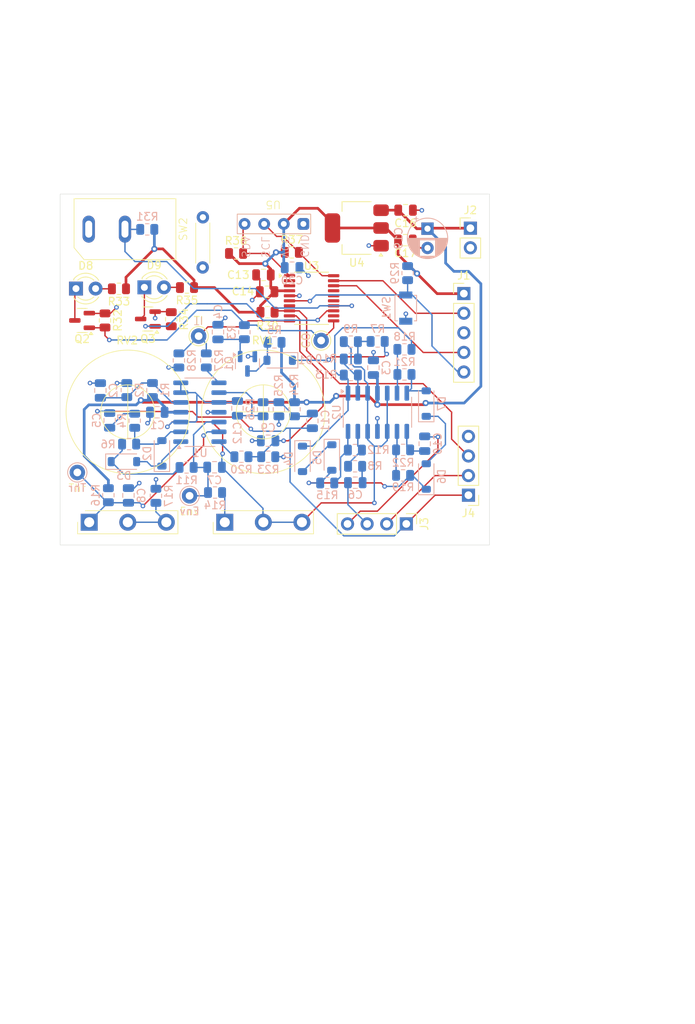
<source format=kicad_pcb>
(kicad_pcb (version 20240108) (generator "pcbnew") (generator_version "8.0")
  (layers (0 "F.Cu" signal) (1 "In1.Cu" signal) (2 "In2.Cu" signal) (31 "B.Cu" signal) (34 "B.Paste" user) (35 "F.Paste" user) (36 "B.SilkS" user "B.Silkscreen") (37 "F.SilkS" user "F.Silkscreen") (38 "B.Mask" user) (39 "F.Mask" user) (44 "Edge.Cuts" user))
  (net 0 "")
  (net 1 "FX_IN")
  (net 2 "GND")
  (net 3 "Net-(Q1-B)")
  (net 4 "+9V")
  (net 5 "Net-(U1B-+)")
  (net 6 "/Analog/VG")
  (net 7 "LOOP_IN")
  (net 8 "/Analog/Env")
  (net 9 "/Analog/Thresh")
  (net 10 "LOOP_OUT")
  (net 11 "OPEN_IN")
  (net 12 "Net-(R17-Pad1)")
  (net 13 "NRST")
  (net 14 "+3.3V")
  (net 15 "Net-(D1-A)")
  (net 16 "Net-(D1-K)")
  (net 17 "/Analog/HalfRect")
  (net 18 "/Analog/AmpCathode")
  (net 19 "Net-(D4-A)")
  (net 20 "/Analog/SumPt")
  (net 21 "Net-(D6-A)")
  (net 22 "/Analog/AmpAnode")
  (net 23 "SWCLK")
  (net 24 "SWDIO")
  (net 25 "FX_OUT")
  (net 26 "/Digital/TunerModeIn")
  (net 27 "CLOSED_OUT")
  (net 28 "/Digital/GateLED")
  (net 29 "Net-(U2C--)")
  (net 30 "Net-(U2A--)")
  (net 31 "Net-(U2B--)")
  (net 32 "Net-(U2D--)")
  (net 33 "TUNE_IN")
  (net 34 "Net-(R27-Pad1)")
  (net 35 "/Digital/GateByp")
  (net 36 "/Digital/SDA")
  (net 37 "/Digital/SCL")
  (net 38 "Net-(R10-Pad1)")
  (net 39 "Net-(C5-Pad2)")
  (net 40 "Net-(C6-Pad2)")
  (net 41 "Net-(C10-Pad1)")
  (net 42 "Net-(C11-Pad2)")
  (net 43 "Net-(D2-K)")
  (net 44 "Net-(D2-A)")
  (net 45 "Net-(D8-K)")
  (net 46 "Net-(D8-A)")
  (net 47 "Net-(D9-K)")
  (net 48 "Net-(D9-A)")
  (net 49 "Net-(R12-Pad2)")
  (net 50 "Net-(R14-Pad2)")
  (net 51 "Net-(R20-Pad1)")
  (net 59 "Net-(U1C--)")
  (footprint "Connector_PinHeader_2.54mm:PinHeader_1x05_P2.54mm_Vertical" (layer "F.Cu") (at 52.33 12.9)
    (property "Reference" "J1")
    (property "Value" "SWD Header")
  )
  (footprint "LED_THT:LED_D3.0mm" (layer "F.Cu") (at 2.05 12.25)
    (property "Reference" "D8")
    (property "Value" "Orange")
  )
  (footprint "Package_TO_SOT_SMD:SOT-23" (layer "F.Cu") (at 11.37 16.19 180)
    (property "Reference" "Q3")
    (property "Value" "2N7002")
  )
  (footprint "Resistor_SMD:R_0805_2012Metric" (layer "F.Cu") (at 22.8 7.7)
    (property "Reference" "R36")
    (property "Value" "2k2")
  )
  (footprint "Resistor_SMD:R_0805_2012Metric" (layer "F.Cu") (at 5.81 16.38 -90)
    (property "Reference" "R32")
    (property "Value" "47k")
  )
  (footprint "Capacitor_SMD:C_0805_2012Metric" (layer "F.Cu") (at 44.75 5.975 180)
    (property "Reference" "C17")
    (property "Value" "100n")
  )
  (footprint "Capacitor_SMD:C_0805_2012Metric" (layer "F.Cu") (at 26.83 12.66)
    (property "Reference" "C14")
    (property "Value" "100n")
  )
  (footprint "Connector_PinHeader_2.54mm:PinHeader_1x04_P2.54mm_Vertical" (layer "F.Cu") (at 44.87 42.74 -90)
    (property "Reference" "J3")
    (property "Value" "JACKS")
  )
  (footprint "Potentiometer_THT:Potentiometer_Alpha_RV16AF_42_Single_Long" (layer "F.Cu") (at 3.7625 42.525)
    (property "Reference" "RV2")
    (property "Value" "10kB")
  )
  (footprint "Connector_PinHeader_2.54mm:PinHeader_1x04_P2.54mm_Vertical" (layer "F.Cu") (at 52.925 39.02 180)
    (property "Reference" "J4")
    (property "Value" "FOOTSWITCH")
  )
  (footprint "Display:SSD1306_OLED_128x64_OffBoard" (layer "F.Cu") (at 27.6775 2.58 180)
    (property "Reference" "U5")
    (property "Value" "SSD1306")
  )
  (footprint "LED_THT:LED_D3.0mm" (layer "F.Cu") (at 10.915 12.09)
    (property "Reference" "D9")
    (property "Value" "Green")
  )
  (footprint "Connector:THT_GND_WIRE" (layer "F.Cu") (at 18.5 6.44 -90)
    (property "Reference" "J5" (hide yes))
    (property "Value" "ScopeGroundLoop")
  )
  (footprint "Package_TO_SOT_SMD:SOT-223-3_TabPin2" (layer "F.Cu") (at 38.45 4.4 180)
    (property "Reference" "U4")
    (property "Value" "AMS1117")
  )
  (footprint "Package_SO:TSSOP-20_4.4x6.5mm_P0.65mm" (layer "F.Cu") (at 32.59 13.51)
    (property "Reference" "U3")
    (property "Value" "STM32G030F6P6")
  )
  (footprint "Resistor_SMD:R_0805_2012Metric" (layer "F.Cu") (at 26.88 15.31)
    (property "Reference" "R30")
    (property "Value" "47k")
  )
  (footprint "Button_Switch_THT:MiniToggle_SPST" (layer "F.Cu") (at 8.4 4.55 90)
    (property "Reference" "SW2")
    (property "Value" "BYP")
  )
  (footprint "Package_TO_SOT_SMD:SOT-23" (layer "F.Cu") (at 2.84 16.38 180)
    (property "Reference" "Q2")
    (property "Value" "2N7002")
  )
  (footprint "Potentiometer_THT:Potentiometer_Alpha_RV16AF_42_Single_Long" (layer "F.Cu") (at 21.3375 42.525)
    (property "Reference" "RV1")
    (property "Value" "10kB")
  )
  (footprint "Resistor_SMD:R_0805_2012Metric" (layer "F.Cu") (at 30.03 7.56)
    (property "Reference" "R37")
    (property "Value" "2k2")
  )
  (footprint "Resistor_SMD:R_0805_2012Metric" (layer "F.Cu") (at 14.4 16.22 -90)
    (property "Reference" "R34")
    (property "Value" "47k")
  )
  (footprint "Connector_PinHeader_2.54mm:PinHeader_1x02_P2.54mm_Vertical" (layer "F.Cu") (at 53.175 4.425)
    (property "Reference" "J2")
    (property "Value" "PWR")
  )
  (footprint "Resistor_SMD:R_0805_2012Metric" (layer "F.Cu") (at 16.44 12.12 180)
    (property "Reference" "R35")
    (property "Value" "470")
  )
  (footprint "TestPoint:TestPoint_THTPad_D2.0mm_Drill1.0mm_VAL" (layer "F.Cu") (at 33.83 18.98 -90)
    (property "Reference" "TP8" (hide yes))
    (property "Value" "CO")
  )
  (footprint "Capacitor_SMD:C_0805_2012Metric" (layer "F.Cu") (at 26.35 10.48)
    (property "Reference" "C13")
    (property "Value" "10u")
  )
  (footprint "Resistor_SMD:R_0805_2012Metric" (layer "F.Cu") (at 7.62 12.28 180)
    (property "Reference" "R33")
    (property "Value" "470")
  )
  (footprint "Capacitor_SMD:C_0805_2012Metric" (layer "F.Cu") (at 44.7725 2.09 180)
    (property "Reference" "C16")
    (property "Value" "100n")
  )
  (footprint "TestPoint:TestPoint_THTPad_D2.0mm_Drill1.0mm_VAL" (layer "F.Cu") (at 17.95 18.41 180)
    (property "Reference" "TP7" (hide yes))
    (property "Value" "TI")
  )
  (footprint "Diode_SMD:D_SOD-123" (layer "B.Cu") (at 35.215 34.14 -90)
    (property "Reference" "D5")
    (property "Value" "1N4148W")
  )
  (footprint "Diode_SMD:D_SOD-123" (layer "B.Cu") (at 31.415 34.315 -90)
    (property "Reference" "D4")
    (property "Value" "1N4148W")
  )
  (footprint "Resistor_SMD:R_0805_2012Metric" (layer "B.Cu") (at 9.6625 29.375 -90)
    (property "Reference" "R4")
    (property "Value" "100k")
  )
  (footprint "Resistor_SMD:R_0805_2012Metric" (layer "B.Cu") (at 23.88 17.9 -90)
    (property "Reference" "R3")
    (property "Value" "10k")
  )
  (footprint "Resistor_SMD:R_0805_2012Metric" (layer "B.Cu") (at 37.68 23.45 180)
    (property "Reference" "R13")
    (property "Value" "470k")
  )
  (footprint "Package_TO_SOT_SMD:SOT-23" (layer "B.Cu") (at 24.28 21.9925 -90)
    (property "Reference" "Q1")
    (property "Value" "BC847")
  )
  (footprint "Resistor_SMD:R_0805_2012Metric" (layer "B.Cu") (at 23.4975 34.04)
    (property "Reference" "R20")
    (property "Value" "180k")
  )
  (footprint "Resistor_SMD:R_0805_2012Metric" (layer "B.Cu") (at 44.63 20.125 180)
    (property "Reference" "R18")
    (property "Value" "470k")
  )
  (footprint "Resistor_SMD:R_0805_2012Metric" (layer "B.Cu") (at 8.6375 25.4 90)
    (property "Reference" "R2")
    (property "Value" "470k")
  )
  (footprint "Capacitor_SMD:C_0805_2012Metric" (layer "B.Cu") (at 20.0125 35.4)
    (property "Reference" "C7")
    (property "Value" "1u")
  )
  (footprint "Capacitor_SMD:C_0805_2012Metric" (layer "B.Cu") (at 26.96 31.965 180)
    (property "Reference" "C9")
    (property "Value" "22n")
  )
  (footprint "Capacitor_SMD:C_0805_2012Metric" (layer "B.Cu") (at 38.255 37.4)
    (property "Reference" "C6")
    (property "Value" "1u")
  )
  (footprint "Package_SO:SOIC-14_3.9x8.7mm_P1.27mm" (layer "B.Cu") (at 41.125 28.275 -90)
    (property "Reference" "U2")
    (property "Value" "TL074")
  )
  (footprint "Button_Switch_SMD:SW_SPST_B3U-1000P" (layer "B.Cu") (at 44.8 14.78 -90)
    (property "Reference" "SW1")
    (property "Value" "RST")
  )
  (footprint "Resistor_SMD:R_0805_2012Metric" (layer "B.Cu") (at 11.9625 25.4 90)
    (property "Reference" "R1")
    (property "Value" "470k")
  )
  (footprint "Diode_SMD:D_SOD-123" (layer "B.Cu") (at 8.2625 34.675)
    (property "Reference" "D3")
    (property "Value" "1N4148W")
  )
  (footprint "Resistor_SMD:R_0805_2012Metric" (layer "B.Cu") (at 26.9725 34.04)
    (property "Reference" "R23")
    (property "Value" "100k")
  )
  (footprint "Resistor_SMD:R_0805_2012Metric" (layer "B.Cu") (at 34.62 37.44 180)
    (property "Reference" "R15")
    (property "Value" "51k")
  )
  (footprint "Capacitor_SMD:C_0805_2012Metric" (layer "B.Cu") (at 32.69 29.39 90)
    (property "Reference" "C11")
    (property "Value" "1u")
  )
  (footprint "Resistor_SMD:R_0805_2012Metric" (layer "B.Cu") (at 44.63 23.375)
    (property "Reference" "R21")
    (property "Value" "470k")
  )
  (footprint "Diode_SMD:D_SOD-123" (layer "B.Cu") (at 13.1875 33.6 90)
    (property "Reference" "D2")
    (property "Value" "1N4148W")
  )
  (footprint "Capacitor_SMD:C_0805_2012Metric" (layer "B.Cu") (at 6.4125 29.325 -90)
    (property "Reference" "C5")
    (property "Value" "100n")
  )
  (footprint "Diode_SMD:D_SOD-123" (layer "B.Cu") (at 47.455 36.6 90)
    (property "Reference" "D6")
    (property "Value" "1N4148W")
  )
  (footprint "Package_SO:SOIC-14_3.9x8.7mm_P1.27mm" (layer "B.Cu") (at 18.1125 28.2725)
    (property "Reference" "U1")
    (property "Value" "TL074")
  )
  (footprint "Diode_SMD:D_SOD-123" (layer "B.Cu") (at 47.455 27.15 90)
    (property "Reference" "D7")
    (property "Value" "1N4148W")
  )
  (footprint "Resistor_SMD:R_0805_2012Metric" (layer "B.Cu") (at 38.23 35.275 180)
    (property "Reference" "R8")
    (property "Value" "470k")
  )
  (footprint "Resistor_SMD:R_0805_2012Metric" (layer "B.Cu") (at 28.3525 27.89 90)
    (property "Reference" "R25")
    (property "Value" "470k")
  )
  (footprint "Diode_SMD:D_SOD-123" (layer "B.Cu") (at 28.455 21.5425 180)
    (property "Reference" "D1")
    (property "Value" "1N4148W")
  )
  (footprint "Capacitor_SMD:C_0805_2012Metric" (layer "B.Cu") (at 40.605 22.5 90)
    (property "Reference" "C3")
    (property "Value" "100n")
  )
  (footprint "Capacitor_SMD:C_0805_2012Metric" (layer "B.Cu") (at 47.255 32.35 90)
    (property "Reference" "C10")
    (property "Value" "1u")
  )
  (footprint "Capacitor_THT:CP_Radial_D5.0mm_P2.50mm" (layer "B.Cu") (at 47.62 4.49 -90)
    (property "Reference" "C19")
    (property "Value" "220u")
  )
  (footprint "Capacitor_SMD:C_0805_2012Metric" (layer "B.Cu") (at 20.455 17.885 90)
    (property "Reference" "C4")
    (property "Value" "100n")
  )
  (footprint "Resistor_SMD:R_0805_2012Metric" (layer "B.Cu") (at 30.3775 27.89 90)
    (property "Reference" "R24")
    (property "Value" "470k")
  )
  (footprint "Capacitor_SMD:C_0805_2012Metric" (layer "B.Cu") (at 30.06 9.54 180)
    (property "Reference" "C20")
    (property "Value" "100n")
  )
  (footprint "Resistor_SMD:R_0805_2012Metric" (layer "B.Cu") (at 18.94 21.56 90)
    (property "Reference" "R27")
    (property "Value" "180k")
  )
  (footprint "Resistor_SMD:R_0805_2012Metric" (layer "B.Cu") (at 12.4125 39.1 90)
    (property "Reference" "R17")
    (property "Value" "56k")
  )
  (footprint "Resistor_SMD:R_0805_2012Metric" (layer "B.Cu") (at 41.155 19.1 180)
    (property "Reference" "R7")
    (property "Value" "47k")
  )
  (footprint "Resistor_SMD:R_0805_2012Metric" (layer "B.Cu") (at 26.3025 27.89 -90)
    (property "Reference" "R26")
    (property "Value" "47k")
  )
  (footprint "Resistor_SMD:R_0805_2012Metric" (layer "B.Cu") (at 44.455 33.15)
    (property "Reference" "R22")
    (property "Value" "100k")
  )
  (footprint "Capacitor_SMD:C_0805_2012Metric" (layer "B.Cu") (at 8.85 39.05 90)
    (property "Reference" "C8")
    (property "Value" "100n")
  )
  (footprint "Resistor_SMD:R_0805_2012Metric" (layer "B.Cu") (at 27.78 19.2175 180)
    (property "Reference" "R5")
    (property "Value" "47k")
  )
  (footprint "TestPoint:TestPoint_THTPad_D2.0mm_Drill1.0mm_VAL" (layer "B.Cu") (at 2.225 36.075 180)
    (property "Reference" "TP1" (hide yes))
    (property "Value" "Thr")
  )
  (footprint "Resistor_SMD:R_0805_2012Metric" (layer "B.Cu") (at 11.29 4.58 180)
    (property "Reference" "R31")
    (property "Value" "47k")
  )
  (footprint "Resistor_SMD:R_0805_2012Metric" (layer "B.Cu") (at 6.25 39.025 -90)
    (property "Reference" "R16")
    (property "Value" "56k")
  )
  (footprint "Resistor_SMD:R_0805_2012Metric" (layer "B.Cu") (at 20.075 38.675)
    (property "Reference" "R14")
    (property "Value" "5k6")
  )
  (footprint "Resistor_SMD:R_0805_2012Metric" (layer "B.Cu") (at 8.9375 32.4 180)
    (property "Reference" "R6")
    (property "Value" "100k")
  )
  (footprint "Resistor_SMD:R_0805_2012Metric" (layer "B.Cu") (at 16.3875 35.425)
    (property "Reference" "R11")
    (property "Value" "1k")
  )
  (footprint "Resistor_SMD:R_0805_2012Metric" (layer "B.Cu") (at 38.205 33.175 180)
    (property "Reference" "R12")
    (property "Value" "470k")
  )
  (footprint "Resistor_SMD:R_0805_2012Metric" (layer "B.Cu") (at 37.68 21.375 180)
    (property "Reference" "R10")
    (property "Value" "47k")
  )
  (footprint "Capacitor_SMD:C_0805_2012Metric" (layer "B.Cu") (at 5.2125 25.45 90)
    (property "Reference" "C2")
    (property "Value" "10n")
  )
  (footprint "TestPoint:TestPoint_THTPad_D2.0mm_Drill1.0mm_VAL" (layer "B.Cu") (at 16.775 39.1 180)
    (property "Reference" "TP3" (hide yes))
    (property "Value" "Env")
  )
  (footprint "Resistor_SMD:R_0805_2012Metric" (layer "B.Cu") (at 44.455 36.45 180)
    (property "Reference" "R19")
    (property "Value" "51k")
  )
  (footprint "Resistor_SMD:R_0805_2012Metric" (layer "B.Cu") (at 15.39 21.56 90)
    (property "Reference" "R28")
    (property "Value" "100k")
  )
  (footprint "Capacitor_SMD:C_0805_2012Metric" (layer "B.Cu") (at 22.9775 27.765 -90)
    (property "Reference" "C12")
    (property "Value" "10n")
  )
  (footprint "Capacitor_SMD:C_0805_2012Metric" (layer "B.Cu") (at 12.5875 28.275 180)
    (property "Reference" "C1")
    (property "Value" "100n")
  )
  (footprint "Resistor_SMD:R_0805_2012Metric" (layer "B.Cu") (at 45.04 10.2475 -90)
    (property "Reference" "R29")
    (property "Value" "47k")
  )
  (footprint "Resistor_SMD:R_0805_2012Metric" (layer "B.Cu") (at 37.68 19.125 180)
    (property "Reference" "R9")
    (property "Value" "100k")
  )
  (gr_rect (start 0 0) (end 55.65 45.475) (stroke (width 0.05)) (fill none) (layer "Edge.Cuts"))
  (segment (start 44.88 42.74) (end 48.6 39.02) (width 0.18) (layer "F.Cu") (net 1))
  (segment (start 17.15 28.18) (end 4.86 28.18) (width 0.18) (layer "F.Cu") (net 1))
  (segment (start 48.6 39.02) (end 52.925 39.02) (width 0.18) (layer "F.Cu") (net 1))
  (segment (start 4.86 28.18) (end 4.82 28.14) (width 0.18) (layer "F.Cu") (net 1))
  (segment (start 19.39 28.9) (end 17.87 28.9) (width 0.18) (layer "F.Cu") (net 1))
  (segment (start 24.72 30.44) (end 23.18 28.9) (width 0.18) (layer "F.Cu") (net 1))
  (segment (start 23.18 28.9) (end 19.39 28.9) (width 0.18) (layer "F.Cu") (net 1))
  (segment (start 17.87 28.9) (end 17.15 28.18) (width 0.18) (layer "F.Cu") (net 1))
  (segment (start 44.87 42.74) (end 44.88 42.74) (width 0.18) (layer "F.Cu") (net 1))
  (via (at 24.72 30.44) (size 0.6) (drill 0.3) (layers "F.Cu" "B.Cu") (net 1))
  (via (at 4.82 28.14) (size 0.6) (drill 0.3) (layers "F.Cu" "B.Cu") (net 1))
  (segment (start 36.77 44.29) (end 43.32 44.29) (width 0.18) (layer "B.Cu") (net 1))
  (segment (start 29.8 37.32) (end 29.8 30.34) (width 0.18) (layer "B.Cu") (net 1))
  (segment (start 43.32 44.29) (end 44.87 42.74) (width 0.18) (layer "B.Cu") (net 1))
  (segment (start 6.1775 28.14) (end 6.4125 28.375) (width 0.18) (layer "B.Cu") (net 1))
  (segment (start 4.82 28.14) (end 6.1775 28.14) (width 0.18) (layer "B.Cu") (net 1))
  (segment (start 29.8 37.32) (end 36.77 44.29) (width 0.18) (layer "B.Cu") (net 1))
  (segment (start 29.31 30.34) (end 29.8 30.34) (width 0.18) (layer "B.Cu") (net 1))
  (segment (start 32.69 30.34) (end 29.8 30.34) (width 0.18) (layer "B.Cu") (net 1))
  (segment (start 29.31 30.34) (end 28.92 30.73) (width 0.18) (layer "B.Cu") (net 1))
  (segment (start 25.01 30.73) (end 24.72 30.44) (width 0.18) (layer "B.Cu") (net 1))
  (segment (start 28.92 30.73) (end 25.01 30.73) (width 0.18) (layer "B.Cu") (net 1))
  (segment (start 29.7275 13.185) (end 31.005 13.185) (width 0.18) (layer "F.Cu") (net 2))
  (segment (start 12.3075 15.24) (end 12.3075 16.0775) (width 0.18) (layer "F.Cu") (net 2))
  (segment (start 12.3075 16.0775) (end 12.31 16.08) (width 0.18) (layer "F.Cu") (net 2))
  (segment (start 25.88 12.75) (end 24.89 13.74) (width 0.18) (layer "F.Cu") (net 2))
  (segment (start 5.81 15.4675) (end 3.815 15.4675) (width 0.18) (layer "F.Cu") (net 2))
  (segment (start 3.815 15.4675) (end 3.7775 15.43) (width 0.18) (layer "F.Cu") (net 2))
  (segment (start 12.3075 15.24) (end 14.3325 15.24) (width 0.18) (layer "F.Cu") (net 2))
  (segment (start 40.03 6.7) (end 40.01 6.68) (width 0.18) (layer "F.Cu") (net 2))
  (segment (start 14.3325 15.24) (end 14.4 15.3075) (width 0.18) (layer "F.Cu") (net 2))
  (segment (start 6.5125 15.4675) (end 7.3 14.68) (width 0.18) (layer "F.Cu") (net 2))
  (segment (start 45.7225 2.09) (end 46.86 2.09) (width 0.18) (layer "F.Cu") (net 2))
  (segment (start 25.88 12.66) (end 25.88 10.96) (width 0.18) (layer "F.Cu") (net 2))
  (segment (start 5.81 15.4675) (end 6.5125 15.4675) (width 0.18) (layer "F.Cu") (net 2))
  (segment (start 31.005 13.185) (end 31.01 13.18) (width 0.18) (layer "F.Cu") (net 2))
  (segment (start 46.715 6.99) (end 47.62 6.99) (width 0.18) (layer "F.Cu") (net 2))
  (segment (start 45.7 5.975) (end 46.715 6.99) (width 0.18) (layer "F.Cu") (net 2))
  (segment (start 25.88 10.96) (end 25.4 10.48) (width 0.18) (layer "F.Cu") (net 2))
  (segment (start 25.88 12.66) (end 25.88 12.75) (width 0.18) (layer "F.Cu") (net 2))
  (segment (start 41.6 6.7) (end 40.03 6.7) (width 0.18) (layer "F.Cu") (net 2))
  (segment (start 46.86 2.09) (end 46.88 2.11) (width 0.18) (layer "F.Cu") (net 2))
  (via (at 14.06 22.46) (size 0.6) (drill 0.3) (layers "F.Cu" "B.Cu") (net 2))
  (via (at 11.33 29.69) (size 0.6) (drill 0.3) (layers "F.Cu" "B.Cu") (net 2))
  (via (at 44.81 15.52) (size 0.6) (drill 0.3) (layers "F.Cu" "B.Cu") (net 2))
  (via (at 31.01 13.18) (size 0.6) (drill 0.3) (layers "F.Cu" "B.Cu") (net 2))
  (via (at 28.95 34.07) (size 0.6) (drill 0.3) (layers "F.Cu" "B.Cu") (net 2))
  (via (at 40.62 20.5) (size 0.6) (drill 0.3) (layers "F.Cu" "B.Cu") (net 2))
  (via (at 40.01 6.68) (size 0.6) (drill 0.3) (layers "F.Cu" "B.Cu") (net 2))
  (via (at 32.18 10.58) (size 0.6) (drill 0.3) (layers "F.Cu" "B.Cu") (net 2))
  (via (at 7.37 24.5) (size 0.6) (drill 0.3) (layers "F.Cu" "B.Cu") (net 2))
  (via (at 24.89 13.74) (size 0.6) (drill 0.3) (layers "F.Cu" "B.Cu") (net 2))
  (via (at 24.36 21.03) (size 0.6) (drill 0.3) (layers "F.Cu" "B.Cu") (net 2))
  (via (at 12.31 16.08) (size 0.6) (drill 0.3) (layers "F.Cu" "B.Cu") (net 2))
  (via (at 21.4 16.04) (size 0.6) (drill 0.3) (layers "F.Cu" "B.Cu") (net 2))
  (via (at 7.3 14.68) (size 0.6) (drill 0.3) (layers "F.Cu" "B.Cu") (net 2))
  (via (at 3.87 24.49) (size 0.6) (drill 0.3) (layers "F.Cu" "B.Cu") (net 2))
  (via (at 10.25 37.45) (size 0.6) (drill 0.3) (layers "F.Cu" "B.Cu") (net 2))
  (via (at 41.12 29.05) (size 0.6) (drill 0.3) (layers "F.Cu" "B.Cu") (net 2))
  (via (at 24.88 31.97) (size 0.6) (drill 0.3) (layers "F.Cu" "B.Cu") (net 2))
  (via (at 46.88 2.11) (size 0.6) (drill 0.3) (layers "F.Cu" "B.Cu") (net 2))
  (via (at 19.14 28.27) (size 0.6) (drill 0.3) (layers "F.Cu" "B.Cu") (net 2))
  (via (at 12.42 36.97) (size 0.6) (drill 0.3) (layers "F.Cu" "B.Cu") (net 2))
  (via (at 28.35 29.88) (size 0.6) (drill 0.3) (layers "F.Cu" "B.Cu") (net 2))
  (segment (start 20.505 16.935) (end 21.4 16.04) (width 0.18) (layer "B.Cu") (net 2))
  (segment (start 40.605 21.55) (end 40.605 20.515) (width 0.18) (layer "B.Cu") (net 2))
  (segment (start 8.6375 24.4875) (end 7.3825 24.4875) (width 0.18) (layer "B.Cu") (net 2))
  (segment (start 14.0725 22.4725) (end 14.06 22.46) (width 0.18) (layer "B.Cu") (net 2))
  (segment (start 31.01 9.54) (end 31.14 9.54) (width 0.18) (layer "B.Cu") (net 2))
  (segment (start 27.885 34.04) (end 28.92 34.04) (width 0.18) (layer "B.Cu") (net 2))
  (segment (start 12.4125 38.1875) (end 12.4125 36.9775) (width 0.18) (layer "B.Cu") (net 2))
  (segment (start 20.455 16.935) (end 20.505 16.935) (width 0.18) (layer "B.Cu") (net 2))
  (segment (start 9.6 38.1) (end 10.25 37.45) (width 0.18) (layer "B.Cu") (net 2))
  (segment (start 8.85 38.1) (end 9.6 38.1) (width 0.18) (layer "B.Cu") (net 2))
  (segment (start 7.3825 24.4875) (end 7.37 24.5) (width 0.18) (layer "B.Cu") (net 2))
  (segment (start 24.885 31.965) (end 24.88 31.97) (width 0.18) (layer "B.Cu") (net 2))
  (segment (start 5.2125 24.5) (end 3.88 24.5) (width 0.18) (layer "B.Cu") (net 2))
  (segment (start 11.6375 28.275) (end 11.6375 29.3825) (width 0.18) (layer "B.Cu") (net 2))
  (segment (start 28.3525 28.8025) (end 28.3525 29.8775) (width 0.18) (layer "B.Cu") (net 2))
  (segment (start 44.8 16.48) (end 44.8 15.53) (width 0.18) (layer "B.Cu") (net 2))
  (segment (start 19.1425 28.2725) (end 19.14 28.27) (width 0.18) (layer "B.Cu") (net 2))
  (segment (start 28.92 34.04) (end 28.95 34.07) (width 0.18) (layer "B.Cu") (net 2))
  (segment (start 12.4125 36.9775) (end 12.42 36.97) (width 0.18) (layer "B.Cu") (net 2))
  (segment (start 11.6375 29.3825) (end 11.33 29.69) (width 0.18) (layer "B.Cu") (net 2))
  (segment (start 15.39 22.4725) (end 14.0725 22.4725) (width 0.18) (layer "B.Cu") (net 2))
  (segment (start 41.125 30.75) (end 41.125 29.055) (width 0.18) (layer "B.Cu") (net 2))
  (segment (start 25.23 21.055) (end 24.385 21.055) (width 0.18) (layer "B.Cu") (net 2))
  (segment (start 28.3525 29.8775) (end 28.35 29.88) (width 0.18) (layer "B.Cu") (net 2))
  (segment (start 24.385 21.055) (end 24.36 21.03) (width 0.18) (layer "B.Cu") (net 2))
  (segment (start 44.8 15.53) (end 44.81 15.52) (width 0.18) (layer "B.Cu") (net 2))
  (segment (start 20.5875 28.2725) (end 19.1425 28.2725) (width 0.18) (layer "B.Cu") (net 2))
  (segment (start 3.88 24.5) (end 3.87 24.49) (width 0.18) (layer "B.Cu") (net 2))
  (segment (start 31.14 9.54) (end 32.18 10.58) (width 0.18) (layer "B.Cu") (net 2))
  (segment (start 40.605 20.515) (end 40.62 20.5) (width 0.18) (layer "B.Cu") (net 2))
  (segment (start 26.01 31.965) (end 24.885 31.965) (width 0.18) (layer "B.Cu") (net 2))
  (segment (start 41.125 29.055) (end 41.12 29.05) (width 0.18) (layer "B.Cu") (net 2))
  (segment (start 23.8575 18.835) (end 23.88 18.8125) (width 0.18) (layer "B.Cu") (net 3))
  (segment (start 23.33 19.3625) (end 23.88 18.8125) (width 0.18) (layer "B.Cu") (net 3))
  (segment (start 23.33 21.055) (end 23.33 19.3625) (width 0.18) (layer "B.Cu") (net 3))
  (segment (start 20.455 18.835) (end 23.8575 18.835) (width 0.18) (layer "B.Cu") (net 3))
  (segment (start 10.72 26.98) (end 10.46 26.72) (width 0.35) (layer "F.Cu") (net 4))
  (segment (start 46.2225 4.49) (end 43.8225 2.09) (width 0.35) (layer "F.Cu") (net 4))
  (segment (start 47.17 27.29) (end 47.38 27.08) (width 0.35) (layer "F.Cu") (net 4))
  (segment (start 40 26.17) (end 41.12 27.29) (width 0.35) (layer "F.Cu") (net 4))
  (segment (start 31.94 26.98) (end 10.72 26.98) (width 0.35) (layer "F.Cu") (net 4))
  (segment (start 41.12 27.29) (end 47.17 27.29) (width 0.35) (layer "F.Cu") (net 4))
  (segment (start 35.78 26.17) (end 40 26.17) (width 0.35) (layer "F.Cu") (net 4))
  (segment (start 53.175 4.425) (end 47.685 4.425) (width 0.35) (layer "F.Cu") (net 4))
  (segment (start 43.8225 2.09) (end 41.61 2.09) (width 0.35) (layer "F.Cu") (net 4))
  (segment (start 41.61 2.09) (end 41.6 2.1) (width 0.35) (layer "F.Cu") (net 4))
  (segment (start 47.62 4.49) (end 46.2225 4.49) (width 0.35) (layer "F.Cu") (net 4))
  (segment (start 47.685 4.425) (end 47.62 4.49) (width 0.35) (layer "F.Cu") (net 4))
  (via (at 41.12 27.29) (size 0.8) (drill 0.4) (layers "F.Cu" "B.Cu") (net 4))
  (via (at 35.78 26.17) (size 0.8) (drill 0.4) (layers "F.Cu" "B.Cu") (net 4))
  (via (at 10.46 26.72) (size 0.8) (drill 0.4) (layers "F.Cu" "B.Cu") (net 4))
  (via (at 47.38 27.08) (size 0.8) (drill 0.4) (layers "F.Cu" "B.Cu") (net 4))
  (via (at 31.94 26.98) (size 0.8) (drill 0.4) (layers "F.Cu" "B.Cu") (net 4))
  (segment (start 31.9375 26.9775) (end 31.94 26.98) (width 0.35) (layer "B.Cu") (net 4))
  (segment (start 13.5375 27.5675) (end 13.5375 28.275) (width 0.35) (layer "B.Cu") (net 4))
  (segment (start 3.71 27.32) (end 9.86 27.32) (width 0.35) (layer "B.Cu") (net 4))
  (segment (start 15.6375 28.2725) (end 13.54 28.2725) (width 0.35) (layer "B.Cu") (net 4))
  (segment (start 47.38 27.08) (end 52.37 27.08) (width 0.35) (layer "B.Cu") (net 4))
  (segment (start 9.86 27.32) (end 10.46 26.72) (width 0.35) (layer "B.Cu") (net 4))
  (segment (start 30.3775 26.9775) (end 31.9375 26.9775) (width 0.35) (layer "B.Cu") (net 4))
  (segment (start 41.12 25.805) (end 41.125 25.8) (width 0.35) (layer "B.Cu") (net 4))
  (segment (start 49.97 6.84) (end 47.62 4.49) (width 0.35) (layer "B.Cu") (net 4))
  (segment (start 31.94 26.98) (end 34.97 26.98) (width 0.35) (layer "B.Cu") (net 4))
  (segment (start 3.11 33.93) (end 3.11 27.92) (width 0.35) (layer "B.Cu") (net 4))
  (segment (start 6.25 37.07) (end 3.11 33.93) (width 0.35) (layer "B.Cu") (net 4))
  (segment (start 41.12 27.29) (end 41.12 25.805) (width 0.35) (layer "B.Cu") (net 4))
  (segment (start 52.37 27.08) (end 54.54 24.91) (width 0.35) (layer "B.Cu") (net 4))
  (segment (start 34.97 26.98) (end 35.78 26.17) (width 0.35) (layer "B.Cu") (net 4))
  (segment (start 13.54 28.2725) (end 13.5375 28.275) (width 0.35) (layer "B.Cu") (net 4))
  (segment (start 41.125 25.8) (end 41.125 23.97) (width 0.35) (layer "B.Cu") (net 4))
  (segment (start 3.11 27.92) (end 3.71 27.32) (width 0.35) (layer "B.Cu") (net 4))
  (segment (start 41.125 23.97) (end 40.605 23.45) (width 0.35) (layer "B.Cu") (net 4))
  (segment (start 11.9625 26.3125) (end 12.2825 26.3125) (width 0.35) (layer "B.Cu") (net 4))
  (segment (start 30.3775 24.8075) (end 28.6925 23.1225) (width 0.35) (layer "B.Cu") (net 4))
  (segment (start 11.555 26.72) (end 11.9625 26.3125) (width 0.35) (layer "B.Cu") (net 4))
  (segment (start 49.97 8.95) (end 49.97 6.84) (width 0.35) (layer "B.Cu") (net 4))
  (segment (start 12.2825 26.3125) (end 13.5375 27.5675) (width 0.35) (layer "B.Cu") (net 4))
  (segment (start 52.93 10.02) (end 51.04 10.02) (width 0.35) (layer "B.Cu") (net 4))
  (segment (start 28.6925 23.1225) (end 28.6925 19.2175) (width 0.35) (layer "B.Cu") (net 4))
  (segment (start 51.04 10.02) (end 49.97 8.95) (width 0.35) (layer "B.Cu") (net 4))
  (segment (start 54.54 24.91) (end 54.54 11.63) (width 0.35) (layer "B.Cu") (net 4))
  (segment (start 54.54 11.63) (end 52.93 10.02) (width 0.35) (layer "B.Cu") (net 4))
  (segment (start 10.46 26.72) (end 11.555 26.72) (width 0.35) (layer "B.Cu") (net 4))
  (segment (start 6.25 38.1125) (end 6.25 37.07) (width 0.35) (layer "B.Cu") (net 4))
  (segment (start 30.3775 26.9775) (end 30.3775 24.8075) (width 0.35) (layer "B.Cu") (net 4))
  (segment (start 8.6375 26.3125) (end 8.7275 26.3125) (width 0.18) (layer "B.Cu") (net 5))
  (segment (start 10.5525 24.4875) (end 11.9625 24.4875) (width 0.18) (layer "B.Cu") (net 5))
  (segment (start 8.7275 26.3125) (end 10.5525 24.4875) (width 0.18) (layer "B.Cu") (net 5))
  (segment (start 14.4775 27.0025) (end 15.6375 27.0025) (width 0.18) (layer "B.Cu") (net 5))
  (segment (start 8.55 26.4) (end 8.6375 26.3125) (width 0.18) (layer "B.Cu") (net 5))
  (segment (start 5.2125 26.4) (end 8.55 26.4) (width 0.18) (layer "B.Cu") (net 5))
  (segment (start 11.9625 24.4875) (end 14.4775 27.0025) (width 0.18) (layer "B.Cu") (net 5))
  (segment (start 21.06 33.64) (end 21.06 30.92) (width 0.18) (layer "F.Cu") (net 6))
  (segment (start 14.51 29.55) (end 13.9 30.16) (width 0.18) (layer "F.Cu") (net 6))
  (segment (start 19.78 29.64) (end 19.66 29.52) (width 0.18) (layer "F.Cu") (net 6))
  (segment (start 21.06 30.92) (end 19.78 29.64) (width 0.18) (layer "F.Cu") (net 6))
  (segment (start 40.73 40.02) (end 33.8425 40.02) (width 0.18) (layer "F.Cu") (net 6))
  (segment (start 19.66 29.52) (end 14.51 29.52) (width 0.18) (layer "F.Cu") (net 6))
  (segment (start 33.8425 40.02) (end 31.3375 42.525) (width 0.18) (layer "F.Cu") (net 6))
  (segment (start 14.51 29.52) (end 14.51 29.55) (width 0.18) (layer "F.Cu") (net 6))
  (via (at 40.73 40.02) (size 0.6) (drill 0.3) (layers "F.Cu" "B.Cu") (net 6))
  (via (at 13.9 30.16) (size 0.6) (drill 0.3) (layers "F.Cu" "B.Cu") (net 6))
  (via (at 21.06 33.64) (size 0.6) (drill 0.3) (layers "F.Cu" "B.Cu") (net 6))
  (segment (start 40.72 40.01) (end 40.73 40.02) (width 0.18) (layer "B.Cu") (net 6))
  (segment (start 17.805 26.015) (end 18.7925 27.0025) (width 0.18) (layer "B.Cu") (net 6))
  (segment (start 20.9625 35.4) (end 26.29 40.7275) (width 0.18) (layer "B.Cu") (net 6))
  (segment (start 17.5175 29.5425) (end 17.72 29.34) (width 0.18) (layer "B.Cu") (net 6))
  (segment (start 39.46 22.834398) (end 39.46 24.14) (width 0.18) (layer "B.Cu") (net 6))
  (segment (start 15.6375 29.5425) (end 17.5175 29.5425) (width 0.18) (layer "B.Cu") (net 6))
  (segment (start 41.65 32.69) (end 42.395 31.945) (width 0.18) (layer "B.Cu") (net 6))
  (segment (start 22.79 27.0025) (end 22.9775 26.815) (width 0.18) (layer "B.Cu") (net 6))
  (segment (start 13.9 30.16) (end 14.5175 29.5425) (width 0.18) (layer "B.Cu") (net 6))
  (segment (start 20.9625 33.7375) (end 21.06 33.64) (width 0.18) (layer "B.Cu") (net 6))
  (segment (start 41.63 32.67) (end 41.65 32.69) (width 0.18) (layer "B.Cu") (net 6))
  (segment (start 40.72 32.67) (end 41.63 32.67) (width 0.18) (layer "B.Cu") (net 6))
  (segment (start 17.72 26.1) (end 17.805 26.015) (width 0.18) (layer "B.Cu") (net 6))
  (segment (start 17.72 29.34) (end 17.72 26.1) (width 0.18) (layer "B.Cu") (net 6))
  (segment (start 36.7675 19.125) (end 37.71 20.0675) (width 0.18) (layer "B.Cu") (net 6))
  (segment (start 26.3375 42.525) (end 31.3375 42.525) (width 0.18) (layer "B.Cu") (net 6))
  (segment (start 38.134398 22.4) (end 39.025602 22.4) (width 0.18) (layer "B.Cu") (net 6))
  (segment (start 39.855 24.665) (end 39.855 25.8) (width 0.18) (layer "B.Cu") (net 6))
  (segment (start 39.855 31.805) (end 40.72 32.67) (width 0.18) (layer "B.Cu") (net 6))
  (segment (start 26.29 42.4775) (end 26.3375 42.525) (width 0.18) (layer "B.Cu") (net 6))
  (segment (start 42.395 25.8) (end 42.395 30.75) (width 0.18) (layer "B.Cu") (net 6))
  (segment (start 40.72 32.67) (end 40.72 40.01) (width 0.18) (layer "B.Cu") (net 6))
  (segment (start 42.395 31.945) (end 42.395 30.75) (width 0.18) (layer "B.Cu") (net 6))
  (segment (start 15.6375 25.7325) (end 17.5225 25.7325) (width 0.18) (layer "B.Cu") (net 6))
  (segment (start 17.5225 25.7325) (end 17.805 26.015) (width 0.18) (layer "B.Cu") (net 6))
  (segment (start 15.6375 24.4625) (end 15.6375 25.7325) (width 0.18) (layer "B.Cu") (net 6))
  (segment (start 14.5175 29.5425) (end 15.6375 29.5425) (width 0.18) (layer "B.Cu") (net 6))
  (segment (start 18.7925 27.0025) (end 20.5875 27.0025) (width 0.18) (layer "B.Cu") (net 6))
  (segment (start 37.71 20.0675) (end 37.71 21.975602) (width 0.18) (layer "B.Cu") (net 6))
  (segment (start 39.855 30.75) (end 39.855 31.805) (width 0.18) (layer "B.Cu") (net 6))
  (segment (start 20.5875 27.0025) (end 22.79 27.0025) (width 0.18) (layer "B.Cu") (net 6))
  (segment (start 20.9625 35.4) (end 20.9625 33.7375) (width 0.18) (layer "B.Cu") (net 6))
  (segment (start 39.86 24.54) (end 39.86 24.66) (width 0.18) (layer "B.Cu") (net 6))
  (segment (start 26.29 40.7275) (end 26.29 42.4775) (width 0.18) (layer "B.Cu") (net 6))
  (segment (start 39.025602 22.4) (end 39.46 22.834398) (width 0.18) (layer "B.Cu") (net 6))
  (segment (start 37.71 21.975602) (end 38.134398 22.4) (width 0.18) (layer "B.Cu") (net 6))
  (segment (start 39.855 30.75) (end 39.855 25.8) (width 0.18) (layer "B.Cu") (net 6))
  (segment (start 39.86 24.66) (end 39.855 24.665) (width 0.18) (layer "B.Cu") (net 6))
  (segment (start 39.46 24.14) (end 39.86 24.54) (width 0.18) (layer "B.Cu") (net 6))
  (segment (start 37.305 37.4) (end 37.305 40.255) (width 0.18) (layer "B.Cu") (net 7))
  (segment (start 37.305 40.255) (end 39.79 42.74) (width 0.18) (layer "B.Cu") (net 7))
  (segment (start 20.5875 29.5425) (end 18.9275 29.5425) (width 0.18) (layer "B.Cu") (net 8))
  (segment (start 17.29 31.28) (end 17.3 31.29) (width 0.18) (layer "B.Cu") (net 8))
  (segment (start 16.775 39.1) (end 18.7375 39.1) (width 0.18) (layer "B.Cu") (net 8))
  (segment (start 17.29 31.18) (end 17.29 31.28) (width 0.18) (layer "B.Cu") (net 8))
  (segment (start 17.3 35.425) (end 19.0375 35.425) (width 0.18) (layer "B.Cu") (net 8))
  (segment (start 18.7375 39.1) (end 19.1625 38.675) (width 0.18) (layer "B.Cu") (net 8))
  (segment (start 17.3 31.29) (end 17.3 35.425) (width 0.18) (layer "B.Cu") (net 8))
  (segment (start 19.1625 38.675) (end 19.1625 35.5) (width 0.18) (layer "B.Cu") (net 8))
  (segment (start 18.9275 29.5425) (end 17.29 31.18) (width 0.18) (layer "B.Cu") (net 8))
  (segment (start 19.1625 35.5) (end 19.0625 35.4) (width 0.18) (layer "B.Cu") (net 8))
  (segment (start 19.0375 35.425) (end 19.0625 35.4) (width 0.18) (layer "B.Cu") (net 8))
  (segment (start 10.73 40.42) (end 18.59 32.56) (width 0.18) (layer "F.Cu") (net 9))
  (segment (start 18.59 32.56) (end 18.59 31.3) (width 0.18) (layer "F.Cu") (net 9))
  (via (at 10.73 40.42) (size 0.6) (drill 0.3) (layers "F.Cu" "B.Cu") (net 9))
  (via (at 18.59 31.3) (size 0.6) (drill 0.3) (layers "F.Cu" "B.Cu") (net 9))
  (segment (start 8.85 40) (end 6.3125 40) (width 0.18) (layer "B.Cu") (net 9))
  (segment (start 6.25 39.9375) (end 6.0875 39.9375) (width 0.18) (layer "B.Cu") (net 9))
  (segment (start 3.7625 42.425) (end 6.25 39.9375) (width 0.18) (layer "B.Cu") (net 9))
  (segment (start 19.0775 30.8125) (end 20.5875 30.8125) (width 0.18) (layer "B.Cu") (net 9))
  (segment (start 6.3125 40) (end 6.25 39.9375) (width 0.18) (layer "B.Cu") (net 9))
  (segment (start 8.85 40) (end 10.31 40) (width 0.18) (layer "B.Cu") (net 9))
  (segment (start 6.0875 39.9375) (end 2.225 36.075) (width 0.18) (layer "B.Cu") (net 9))
  (segment (start 3.7625 42.525) (end 3.7625 42.425) (width 0.18) (layer "B.Cu") (net 9))
  (segment (start 18.59 31.3) (end 19.0775 30.8125) (width 0.18) (layer "B.Cu") (net 9))
  (segment (start 10.31 40) (end 10.73 40.42) (width 0.18) (layer "B.Cu") (net 9))
  (segment (start 37.25 42.74) (end 38.9 41.09) (width 0.18) (layer "F.Cu") (net 10))
  (segment (start 38.9 41.09) (end 41.12 41.09) (width 0.18) (layer "F.Cu") (net 10))
  (segment (start 48.97 33.24) (end 48.97 31.47) (width 0.18) (layer "F.Cu") (net 10))
  (segment (start 41.12 41.09) (end 48.97 33.24) (width 0.18) (layer "F.Cu") (net 10))
  (via (at 48.97 31.47) (size 0.6) (drill 0.3) (layers "F.Cu" "B.Cu") (net 10))
  (segment (start 47.325 31.47) (end 47.255 31.4) (width 0.18) (layer "B.Cu") (net 10))
  (segment (start 48.97 31.47) (end 47.325 31.47) (width 0.18) (layer "B.Cu") (net 10))
  (segment (start 29.7275 15.785) (end 30.595 15.785) (width 0.18) (layer "F.Cu") (net 11))
  (segment (start 31.07 16.26) (end 31.07 20.38) (width 0.18) (layer "F.Cu") (net 11))
  (segment (start 29.6 31.97) (end 28.96 31.97) (width 0.18) (layer "F.Cu") (net 11))
  (segment (start 31.07 20.38) (end 34.08 23.39) (width 0.18) (layer "F.Cu") (net 11))
  (segment (start 30.595 15.785) (end 31.07 16.26) (width 0.18) (layer "F.Cu") (net 11))
  (segment (start 34.08 23.39) (end 34.08 27.49) (width 0.18) (layer "F.Cu") (net 11))
  (segment (start 34.08 27.49) (end 29.6 31.97) (width 0.18) (layer "F.Cu") (net 11))
  (via (at 28.96 31.97) (size 0.6) (drill 0.3) (layers "F.Cu" "B.Cu") (net 11))
  (segment (start 28.955 31.965) (end 28.96 31.97) (width 0.18) (layer "B.Cu") (net 11))
  (segment (start 24.41 34.04) (end 26.06 34.04) (width 0.18) (layer "B.Cu") (net 11))
  (segment (start 26.06 33.815) (end 27.91 31.965) (width 0.18) (layer "B.Cu") (net 11))
  (segment (start 26.06 34.04) (end 26.06 33.815) (width 0.18) (layer "B.Cu") (net 11))
  (segment (start 27.91 31.965) (end 28.955 31.965) (width 0.18) (layer "B.Cu") (net 11))
  (segment (start 12.4125 40.0125) (end 12.4125 41.175) (width 0.18) (layer "B.Cu") (net 12))
  (segment (start 12.4125 41.175) (end 13.7625 42.525) (width 0.18) (layer "B.Cu") (net 12))
  (segment (start 8.7625 42.525) (end 13.7625 42.525) (width 0.18) (layer "B.Cu") (net 12))
  (segment (start 32.225 13.835) (end 32.28 13.78) (width 0.18) (layer "F.Cu") (net 13))
  (segment (start 29.7275 13.835) (end 32.225 13.835) (width 0.18) (layer "F.Cu") (net 13))
  (segment (start 32.28 13.78) (end 32.37 13.87) (width 0.18) (layer "F.Cu") (net 13))
  (via (at 32.37 13.87) (size 0.6) (drill 0.3) (layers "F.Cu" "B.Cu") (net 13))
  (segment (start 45.63 13.08) (end 48.2 15.65) (width 0.18) (layer "B.Cu") (net 13))
  (segment (start 33.16 13.08) (end 44.8 13.08) (width 0.18) (layer "B.Cu") (net 13))
  (segment (start 32.37 13.87) (end 33.16 13.08) (width 0.18) (layer "B.Cu") (net 13))
  (segment (start 48.2 19.69) (end 51.57 23.06) (width 0.18) (layer "B.Cu") (net 13))
  (segment (start 48.2 15.65) (end 48.2 19.69) (width 0.18) (layer "B.Cu") (net 13))
  (segment (start 44.8 13.08) (end 45.63 13.08) (width 0.18) (layer "B.Cu") (net 13))
  (segment (start 45.04 12.84) (end 44.8 13.08) (width 0.18) (layer "B.Cu") (net 13))
  (segment (start 51.57 23.06) (end 52.33 23.06) (width 0.18) (layer "B.Cu") (net 13))
  (segment (start 45.04 11.16) (end 45.04 12.84) (width 0.18) (layer "B.Cu") (net 13))
  (segment (start 12.21 7.11) (end 13.31 7.11) (width 0.35) (layer "F.Cu") (net 14))
  (segment (start 42.225 4.4) (end 43.8 5.975) (width 0.35) (layer "F.Cu") (net 14))
  (segment (start 23.19 15.31) (end 25.9675 15.31) (width 0.35) (layer "F.Cu") (net 14))
  (segment (start 28.985 3.875) (end 31.01 1.85) (width 0.35) (layer "F.Cu") (net 14))
  (segment (start 27.905 12.535) (end 27.78 12.66) (width 0.35) (layer "F.Cu") (net 14))
  (segment (start 41.6 4.4) (end 35.3 4.4) (width 0.35) (layer "F.Cu") (net 14))
  (segment (start 8.5325 12.28) (end 8.5325 10.7875) (width 0.35) (layer "F.Cu") (net 14))
  (segment (start 35.3 4.4) (end 35.3 3.75) (width 0.35) (layer "F.Cu") (net 14))
  (segment (start 27.3 10.48) (end 27.3 9.73) (width 0.35) (layer "F.Cu") (net 14))
  (segment (start 31.01 1.85) (end 33.4 1.85) (width 0.35) (layer "F.Cu") (net 14))
  (segment (start 48.87 12.91) (end 52.32 12.91) (width 0.35) (layer "F.Cu") (net 14))
  (segment (start 13.31 7.11) (end 17.3525 11.1525) (width 0.35) (layer "F.Cu") (net 14))
  (segment (start 27.3 10.48) (end 27.3 12.18) (width 0.35) (layer "F.Cu") (net 14))
  (segment (start 25.9675 14.4725) (end 27.78 12.66) (width 0.35) (layer "F.Cu") (net 14))
  (segment (start 20 12.12) (end 23.19 15.31) (width 0.35) (layer "F.Cu") (net 14))
  (segment (start 29.7275 12.535) (end 27.905 12.535) (width 0.35) (layer "F.Cu") (net 14))
  (segment (start 29.1175 7.56) (end 27.98 7.56) (width 0.35) (layer "F.Cu") (net 14))
  (segment (start 27.3 9.73) (end 26.59 9.02) (width 0.35) (layer "F.Cu") (net 14))
  (segment (start 17.3525 11.1525) (end 17.3525 12.12) (width 0.35) (layer "F.Cu") (net 14))
  (segment (start 35.3 3.75) (end 33.4 1.85) (width 0.35) (layer "F.Cu") (net 14))
  (segment (start 17.3525 12.12) (end 20 12.12) (width 0.35) (layer "F.Cu") (net 14))
  (segment (start 25.9675 15.31) (end 25.9675 14.4725) (width 0.35) (layer "F.Cu") (net 14))
  (segment (start 52.32 12.91) (end 52.33 12.9) (width 0.35) (layer "F.Cu") (net 14))
  (segment (start 27.3 12.18) (end 27.78 12.66) (width 0.35) (layer "F.Cu") (net 14))
  (segment (start 43.8 7.84) (end 46.26 10.3) (width 0.35) (layer "F.Cu") (net 14))
  (segment (start 41.6 4.4) (end 42.225 4.4) (width 0.35) (layer "F.Cu") (net 14))
  (segment (start 21.8875 7.7) (end 23.2075 9.02) (width 0.35) (layer "F.Cu") (net 14))
  (segment (start 23.2075 9.02) (end 26.59 9.02) (width 0.35) (layer "F.Cu") (net 14))
  (segment (start 46.26 10.3) (end 48.87 12.91) (width 0.35) (layer "F.Cu") (net 14))
  (segment (start 43.8 5.975) (end 43.8 7.84) (width 0.35) (layer "F.Cu") (net 14))
  (segment (start 8.5325 10.7875) (end 12.21 7.11) (width 0.35) (layer "F.Cu") (net 14))
  (via (at 27.98 7.56) (size 0.8) (drill 0.4) (layers "F.Cu" "B.Cu") (net 14))
  (via (at 46.26 10.3) (size 0.8) (drill 0.4) (layers "F.Cu" "B.Cu") (net 14))
  (via (at 26.59 9.02) (size 0.8) (drill 0.4) (layers "F.Cu" "B.Cu") (net 14))
  (via (at 12.21 7.11) (size 0.8) (drill 0.4) (layers "F.Cu" "B.Cu") (net 14))
  (segment (start 28.985 9.375) (end 28.985 7.56) (width 0.35) (layer "B.Cu") (net 14))
  (segment (start 12.21 4.5875) (end 12.2025 4.58) (width 0.35) (layer "B.Cu") (net 14))
  (segment (start 29.11 9.5) (end 28.985 9.375) (width 0.35) (layer "B.Cu") (net 14))
  (segment (start 45.295 9.335) (end 46.26 10.3) (width 0.35) (layer "B.Cu") (net 14))
  (segment (start 12.21 7.11) (end 12.21 4.5875) (width 0.35) (layer "B.Cu") (net 14))
  (segment (start 29.11 9.54) (end 29.11 9.5) (width 0.35) (layer "B.Cu") (net 14))
  (segment (start 28.985 7.56) (end 28.985 3.875) (width 0.35) (layer "B.Cu") (net 14))
  (segment (start 26.59 8.95) (end 27.98 7.56) (width 0.35) (layer "B.Cu") (net 14))
  (segment (start 26.59 9.02) (end 26.59 8.95) (width 0.35) (layer "B.Cu") (net 14))
  (segment (start 27.98 7.56) (end 28.985 7.56) (width 0.35) (layer "B.Cu") (net 14))
  (segment (start 45.04 9.335) (end 45.295 9.335) (width 0.35) (layer "B.Cu") (net 14))
  (segment (start 26.8675 19.2175) (end 26.8675 21.48) (width 0.18) (layer "B.Cu") (net 15))
  (segment (start 25.4175 22.93) (end 26.805 21.5425) (width 0.18) (layer "B.Cu") (net 15))
  (segment (start 24.28 22.93) (end 25.4175 22.93) (width 0.18) (layer "B.Cu") (net 15))
  (segment (start 26.8675 21.48) (end 26.805 21.5425) (width 0.18) (layer "B.Cu") (net 15))
  (segment (start 41.97 21.09) (end 35.19 21.09) (width 0.18) (layer "F.Cu") (net 16))
  (segment (start 42.33 20.73) (end 41.97 21.09) (width 0.18) (layer "F.Cu") (net 16))
  (segment (start 35.19 21.09) (end 34.81 21.47) (width 0.18) (layer "F.Cu") (net 16))
  (via (at 42.33 20.73) (size 0.6) (drill 0.3) (layers "F.Cu" "B.Cu") (net 16))
  (via (at 34.81 21.47) (size 0.6) (drill 0.3) (layers "F.Cu" "B.Cu") (net 16))
  (segment (start 42.0675 19.1) (end 42.0675 20.4675) (width 0.18) (layer "B.Cu") (net 16))
  (segment (start 34.81 21.47) (end 34.7375 21.5425) (width 0.18) (layer "B.Cu") (net 16))
  (segment (start 42.0675 20.4675) (end 42.33 20.73) (width 0.18) (layer "B.Cu") (net 16))
  (segment (start 34.7375 21.5425) (end 30.105 21.5425) (width 0.18) (layer "B.Cu") (net 16))
  (segment (start 15.475 35.425) (end 14.63 36.27) (width 0.18) (layer "B.Cu") (net 17))
  (segment (start 8.025 32.4) (end 8.025 33.2625) (width 0.18) (layer "B.Cu") (net 17))
  (segment (start 8.2075 36.27) (end 6.6125 34.675) (width 0.18) (layer "B.Cu") (net 17))
  (segment (start 14.63 36.27) (end 8.2075 36.27) (width 0.18) (layer "B.Cu") (net 17))
  (segment (start 8.025 33.2625) (end 6.6125 34.675) (width 0.18) (layer "B.Cu") (net 17))
  (segment (start 36.62 17.33) (end 35.6 18.35) (width 0.18) (layer "B.Cu") (net 18))
  (segment (start 45.5425 19.0325) (end 43.84 17.33) (width 0.18) (layer "B.Cu") (net 18))
  (segment (start 35.6 18.35) (end 35.6 22.96) (width 0.18) (layer "B.Cu") (net 18))
  (segment (start 36.09 23.45) (end 36.7675 23.45) (width 0.18) (layer "B.Cu") (net 18))
  (segment (start 43.84 17.33) (end 36.62 17.33) (width 0.18) (layer "B.Cu") (net 18))
  (segment (start 45.5425 20.125) (end 45.5425 19.0325) (width 0.18) (layer "B.Cu") (net 18))
  (segment (start 37.315 25.8) (end 37.315 28.045) (width 0.18) (layer "B.Cu") (net 18))
  (segment (start 32.695 32.665) (end 31.415 32.665) (width 0.18) (layer "B.Cu") (net 18))
  (segment (start 37.315 25.8) (end 37.315 23.9975) (width 0.18) (layer "B.Cu") (net 18))
  (segment (start 37.315 28.045) (end 32.695 32.665) (width 0.18) (layer "B.Cu") (net 18))
  (segment (start 35.6 22.96) (end 36.09 23.45) (width 0.18) (layer "B.Cu") (net 18))
  (segment (start 37.315 23.9975) (end 36.7675 23.45) (width 0.18) (layer "B.Cu") (net 18))
  (segment (start 34.89 32.49) (end 35.215 32.49) (width 0.18) (layer "B.Cu") (net 19))
  (segment (start 31.415 35.965) (end 34.89 32.49) (width 0.18) (layer "B.Cu") (net 19))
  (segment (start 32.24 37.43) (end 41.61 37.43) (width 0.18) (layer "F.Cu") (net 20))
  (segment (start 41.61 37.43) (end 42.06 37.88) (width 0.18) (layer "F.Cu") (net 20))
  (via (at 42.06 37.88) (size 0.6) (drill 0.3) (layers "F.Cu" "B.Cu") (net 20))
  (via (at 32.24 37.43) (size 0.6) (drill 0.3) (layers "F.Cu" "B.Cu") (net 20))
  (segment (start 42.06 37.88) (end 43.9375 37.88) (width 0.18) (layer "B.Cu") (net 20))
  (segment (start 32.25 37.44) (end 32.24 37.43) (width 0.18) (layer "B.Cu") (net 20))
  (segment (start 35.215 35.9325) (end 33.7075 37.44) (width 0.18) (layer "B.Cu") (net 20))
  (segment (start 35.215 35.79) (end 35.215 35.9325) (width 0.18) (layer "B.Cu") (net 20))
  (segment (start 43.9375 37.88) (end 45.3675 36.45) (width 0.18) (layer "B.Cu") (net 20))
  (segment (start 45.3675 36.45) (end 45.655 36.45) (width 0.18) (layer "B.Cu") (net 20))
  (segment (start 45.655 36.45) (end 47.455 38.25) (width 0.18) (layer "B.Cu") (net 20))
  (segment (start 33.7075 37.44) (end 32.25 37.44) (width 0.18) (layer "B.Cu") (net 20))
  (segment (start 49.94 29.76) (end 48.98 28.8) (width 0.18) (layer "B.Cu") (net 21))
  (segment (start 49.94 32.465) (end 49.94 29.76) (width 0.18) (layer "B.Cu") (net 21))
  (segment (start 47.455 34.95) (end 49.94 32.465) (width 0.18) (layer "B.Cu") (net 21))
  (segment (start 48.98 28.8) (end 47.455 28.8) (width 0.18) (layer "B.Cu") (net 21))
  (segment (start 45.5425 23.375) (end 45.5425 25.1925) (width 0.18) (layer "B.Cu") (net 22))
  (segment (start 45.235 25.5) (end 44.935 25.8) (width 0.18) (layer "B.Cu") (net 22))
  (segment (start 45.5425 25.1925) (end 44.935 25.8) (width 0.18) (layer "B.Cu") (net 22))
  (segment (start 47.455 25.5) (end 45.235 25.5) (width 0.18) (layer "B.Cu") (net 22))
  (segment (start 46.05 15.45) (end 52.32 15.45) (width 0.18) (layer "F.Cu") (net 23))
  (segment (start 52.32 15.45) (end 52.33 15.44) (width 0.18) (layer "F.Cu") (net 23))
  (segment (start 35.4525 11.235) (end 41.835 11.235) (width 0.18) (layer "F.Cu") (net 23))
  (segment (start 41.835 11.235) (end 46.05 15.45) (width 0.18) (layer "F.Cu") (net 23))
  (segment (start 38.425 11.885) (end 47.07 20.53) (width 0.18) (layer "F.Cu") (net 24))
  (segment (start 52.32 20.53) (end 52.33 20.52) (width 0.18) (layer "F.Cu") (net 24))
  (segment (start 47.07 20.53) (end 52.32 20.53) (width 0.18) (layer "F.Cu") (net 24))
  (segment (start 35.4525 11.885) (end 38.425 11.885) (width 0.18) (layer "F.Cu") (net 24))
  (segment (start 42.33 42.74) (end 48.59 36.48) (width 0.18) (layer "F.Cu") (net 25))
  (segment (start 48.59 36.48) (end 52.925 36.48) (width 0.18) (layer "F.Cu") (net 25))
  (segment (start 36.24 24.57) (end 47.05 24.57) (width 0.18) (layer "F.Cu") (net 26))
  (segment (start 30.985 15.135) (end 31.95 16.1) (width 0.18) (layer "F.Cu") (net 26))
  (segment (start 50.74 28.42) (end 50.74 31.755) (width 0.18) (layer "F.Cu") (net 26))
  (segment (start 50.74 31.755) (end 52.925 33.94) (width 0.18) (layer "F.Cu") (net 26))
  (segment (start 27.7925 15.31) (end 27.9675 15.135) (width 0.18) (layer "F.Cu") (net 26))
  (segment (start 50.75 28.27) (end 50.75 28.41) (width 0.18) (layer "F.Cu") (net 26))
  (segment (start 27.9675 15.135) (end 29.7275 15.135) (width 0.18) (layer "F.Cu") (net 26))
  (segment (start 29.7275 15.135) (end 30.985 15.135) (width 0.18) (layer "F.Cu") (net 26))
  (segment (start 47.05 24.57) (end 50.75 28.27) (width 0.18) (layer "F.Cu") (net 26))
  (segment (start 31.95 16.1) (end 31.95 20.28) (width 0.18) (layer "F.Cu") (net 26))
  (segment (start 31.95 20.28) (end 36.24 24.57) (width 0.18) (layer "F.Cu") (net 26))
  (segment (start 50.75 28.41) (end 50.74 28.42) (width 0.18) (layer "F.Cu") (net 26))
  (segment (start 5.7725 17.33) (end 5.81 17.2925) (width 0.18) (layer "F.Cu") (net 27))
  (segment (start 33.83 18.98) (end 35.4525 17.3575) (width 0.18) (layer "F.Cu") (net 27))
  (segment (start 5.81 18.35) (end 5.81 17.2925) (width 0.18) (layer "F.Cu") (net 27))
  (segment (start 3.7775 17.33) (end 5.7725 17.33) (width 0.18) (layer "F.Cu") (net 27))
  (segment (start 35.4525 17.3575) (end 35.4525 16.435) (width 0.18) (layer "F.Cu") (net 27))
  (segment (start 6.37 18.91) (end 5.81 18.35) (width 0.18) (layer "F.Cu") (net 27))
  (via (at 6.37 18.91) (size 0.6) (drill 0.3) (layers "F.Cu" "B.Cu") (net 27))
  (segment (start 26.18 17.7) (end 32.55 17.7) (width 0.18) (layer "B.Cu") (net 27))
  (segment (start 23.88 16.9875) (end 25.4675 16.9875) (width 0.18) (layer "B.Cu") (net 27))
  (segment (start 13.85 18.91) (end 6.37 18.91) (width 0.18) (layer "B.Cu") (net 27))
  (segment (start 23.88 16.9875) (end 23.88 16.73) (width 0.18) (layer "B.Cu") (net 27))
  (segment (start 32.55 17.7) (end 33.83 18.98) (width 0.18) (layer "B.Cu") (net 27))
  (segment (start 16.33 16.43) (end 13.85 18.91) (width 0.18) (layer "B.Cu") (net 27))
  (segment (start 17.7 15.06) (end 16.33 16.43) (width 0.18) (layer "B.Cu") (net 27))
  (segment (start 25.4675 16.9875) (end 26.18 17.7) (width 0.18) (layer "B.Cu") (net 27))
  (segment (start 23.88 16.73) (end 22.21 15.06) (width 0.18) (layer "B.Cu") (net 27))
  (segment (start 22.21 15.06) (end 17.7 15.06) (width 0.18) (layer "B.Cu") (net 27))
  (segment (start 12.3075 17.14) (end 14.3925 17.14) (width 0.18) (layer "F.Cu") (net 28))
  (segment (start 35.4525 15.135) (end 34.585 15.135) (width 0.18) (layer "F.Cu") (net 28))
  (segment (start 11.06 17.13) (end 12.2975 17.13) (width 0.18) (layer "F.Cu") (net 28))
  (segment (start 12.2975 17.13) (end 12.3075 17.14) (width 0.18) (layer "F.Cu") (net 28))
  (segment (start 34.585 15.135) (end 33.38 16.34) (width 0.18) (layer "F.Cu") (net 28))
  (segment (start 14.3925 17.14) (end 14.4 17.1325) (width 0.18) (layer "F.Cu") (net 28))
  (via (at 33.38 16.34) (size 0.6) (drill 0.3) (layers "F.Cu" "B.Cu") (net 28))
  (via (at 11.06 17.13) (size 0.6) (drill 0.3) (layers "F.Cu" "B.Cu") (net 28))
  (segment (start 19.06 14.22) (end 16.85 14.22) (width 0.18) (layer "B.Cu") (net 28))
  (segment (start 28.1 16.36) (end 26.31 16.36) (width 0.18) (layer "B.Cu") (net 28))
  (segment (start 24.17 14.22) (end 19.06 14.22) (width 0.18) (layer "B.Cu") (net 28))
  (segment (start 14.35 16.72) (end 13.94 17.13) (width 0.18) (layer "B.Cu") (net 28))
  (segment (start 26.31 16.36) (end 25.07 15.12) (width 0.18) (layer "B.Cu") (net 28))
  (segment (start 33.36 16.36) (end 28.1 16.36) (width 0.18) (layer "B.Cu") (net 28))
  (segment (start 13.94 17.13) (end 11.06 17.13) (width 0.18) (layer "B.Cu") (net 28))
  (segment (start 16.85 14.22) (end 14.35 16.72) (width 0.18) (layer "B.Cu") (net 28))
  (segment (start 33.38 16.34) (end 33.36 16.36) (width 0.18) (layer "B.Cu") (net 28))
  (segment (start 25.07 15.12) (end 24.17 14.22) (width 0.18) (layer "B.Cu") (net 28))
  (segment (start 43.665 33.0275) (end 43.5425 33.15) (width 0.18) (layer "B.Cu") (net 29))
  (segment (start 43.5425 33.15) (end 43.5425 36.45) (width 0.18) (layer "B.Cu") (net 29))
  (segment (start 43.665 30.75) (end 43.665 33.0275) (width 0.18) (layer "B.Cu") (net 29))
  (segment (start 38.5925 23.45) (end 38.5925 25.7925) (width 0.18) (layer "B.Cu") (net 30))
  (segment (start 38.250602 23.45) (end 38.5925 23.45) (width 0.18) (layer "B.Cu") (net 30))
  (segment (start 38.5925 25.7925) (end 38.585 25.8) (width 0.18) (layer "B.Cu") (net 30))
  (segment (start 36.7675 21.375) (end 36.7675 21.966898) (width 0.18) (layer "B.Cu") (net 30))
  (segment (start 36.7675 21.966898) (end 38.250602 23.45) (width 0.18) (layer "B.Cu") (net 30))
  (segment (start 43.7175 23.375) (end 43.7175 20.125) (width 0.18) (layer "B.Cu") (net 31))
  (segment (start 43.7175 23.375) (end 43.7175 25.7475) (width 0.18) (layer "B.Cu") (net 31))
  (segment (start 43.7175 25.7475) (end 43.665 25.8) (width 0.18) (layer "B.Cu") (net 31))
  (segment (start 38.585 30.75) (end 38.585 32.6425) (width 0.18) (layer "B.Cu") (net 32))
  (segment (start 38.585 32.6425) (end 39.1175 33.175) (width 0.18) (layer "B.Cu") (net 32))
  (segment (start 37.3175 35.275) (end 37.3175 34.975) (width 0.18) (layer "B.Cu") (net 32))
  (segment (start 37.3175 34.975) (end 39.1175 33.175) (width 0.18) (layer "B.Cu") (net 32))
  (segment (start 29.7275 16.435) (end 24.37 16.435) (width 0.18) (layer "F.Cu") (net 33))
  (segment (start 19.15 17.21) (end 17.95 18.41) (width 0.18) (layer "F.Cu") (net 33))
  (segment (start 24.37 16.435) (end 23.595 17.21) (width 0.18) (layer "F.Cu") (net 33))
  (segment (start 23.595 17.21) (end 19.15 17.21) (width 0.18) (layer "F.Cu") (net 33))
  (segment (start 18.94 19.4) (end 17.95 18.41) (width 0.18) (layer "B.Cu") (net 33))
  (segment (start 15.39 20.6475) (end 15.7125 20.6475) (width 0.18) (layer "B.Cu") (net 33))
  (segment (start 15.7125 20.6475) (end 17.95 18.41) (width 0.18) (layer "B.Cu") (net 33))
  (segment (start 18.94 20.6475) (end 18.94 19.4) (width 0.18) (layer "B.Cu") (net 33))
  (segment (start 20.5875 24.4625) (end 18.94 22.815) (width 0.18) (layer "B.Cu") (net 34))
  (segment (start 18.94 22.815) (end 18.94 22.4725) (width 0.18) (layer "B.Cu") (net 34))
  (segment (start 37.49 14.48) (end 37.485 14.485) (width 0.18) (layer "F.Cu") (net 35))
  (segment (start 37.8 14.48) (end 37.49 14.48) (width 0.18) (layer "F.Cu") (net 35))
  (segment (start 37.485 14.485) (end 35.4525 14.485) (width 0.18) (layer "F.Cu") (net 35))
  (via (at 37.8 14.48) (size 0.6) (drill 0.3) (layers "F.Cu" "B.Cu") (net 35))
  (segment (start 8.43 4.58) (end 8.4 4.55) (width 0.18) (layer "B.Cu") (net 35))
  (segment (start 33.36 14.77) (end 33.65 14.48) (width 0.18) (layer "B.Cu") (net 35))
  (segment (start 13.81 8.75) (end 9.7 8.75) (width 0.18) (layer "B.Cu") (net 35))
  (segment (start 33.65 14.48) (end 34.66 14.48) (width 0.18) (layer "B.Cu") (net 35))
  (segment (start 25.3 12.25) (end 17.31 12.25) (width 0.18) (layer "B.Cu") (net 35))
  (segment (start 10.3775 4.58) (end 8.43 4.58) (width 0.18) (layer "B.Cu") (net 35))
  (segment (start 8.4 7.45) (end 8.4 4.55) (width 0.18) (layer "B.Cu") (net 35))
  (segment (start 33.36 14.77) (end 27.82 14.77) (width 0.18) (layer "B.Cu") (net 35))
  (segment (start 34.66 14.48) (end 37.8 14.48) (width 0.18) (layer "B.Cu") (net 35))
  (segment (start 27.82 14.77) (end 25.3 12.25) (width 0.18) (layer "B.Cu") (net 35))
  (segment (start 9.7 8.75) (end 8.4 7.45) (width 0.18) (layer "B.Cu") (net 35))
  (segment (start 17.31 12.25) (end 13.81 8.75) (width 0.18) (layer "B.Cu") (net 35))
  (segment (start 23.7125 4.0675) (end 23.905 3.875) (width 0.18) (layer "F.Cu") (net 36))
  (segment (start 23.7125 7.7) (end 23.7125 4.0675) (width 0.18) (layer "F.Cu") (net 36))
  (segment (start 26.8425 7.7) (end 23.7125 7.7) (width 0.18) (layer "F.Cu") (net 36))
  (segment (start 29.7275 10.585) (end 26.8425 7.7) (width 0.18) (layer "F.Cu") (net 36))
  (segment (start 33.9675 10.585) (end 30.9425 7.56) (width 0.18) (layer "F.Cu") (net 37))
  (segment (start 35.4525 10.585) (end 33.9675 10.585) (width 0.18) (layer "F.Cu") (net 37))
  (segment (start 28.06 5.49) (end 28.8725 5.49) (width 0.18) (layer "F.Cu") (net 37))
  (segment (start 26.445 3.875) (end 28.06 5.49) (width 0.18) (layer "F.Cu") (net 37))
  (segment (start 30.9425 7.56) (end 28.8725 5.49) (width 0.18) (layer "F.Cu") (net 37))
  (segment (start 38.6175 19.1) (end 38.5925 19.125) (width 0.18) (layer "B.Cu") (net 38))
  (segment (start 38.5925 19.125) (end 38.5925 21.375) (width 0.18) (layer "B.Cu") (net 38))
  (segment (start 40.2425 19.1) (end 38.6175 19.1) (width 0.18) (layer "B.Cu") (net 38))
  (segment (start 8.225 28.4625) (end 6.4125 30.275) (width 0.18) (layer "B.Cu") (net 39))
  (segment (start 9.6625 28.4625) (end 8.225 28.4625) (width 0.18) (layer "B.Cu") (net 39))
  (segment (start 39.1425 37.3375) (end 39.205 37.4) (width 0.18) (layer "B.Cu") (net 40))
  (segment (start 39.1425 35.275) (end 39.1425 37.3375) (width 0.18) (layer "B.Cu") (net 40))
  (segment (start 45.5175 33.3) (end 45.3675 33.15) (width 0.18) (layer "B.Cu") (net 41))
  (segment (start 47.255 33.3) (end 45.5175 33.3) (width 0.18) (layer "B.Cu") (net 41))
  (segment (start 44.935 32.7175) (end 45.3675 33.15) (width 0.18) (layer "B.Cu") (net 41))
  (segment (start 44.935 30.75) (end 44.935 32.7175) (width 0.18) (layer "B.Cu") (net 41))
  (segment (start 28.5525 26.9775) (end 30.3775 28.8025) (width 0.18) (layer "B.Cu") (net 42))
  (segment (start 30.3775 28.8025) (end 32.3275 28.8025) (width 0.18) (layer "B.Cu") (net 42))
  (segment (start 28.3525 26.9775) (end 28.5525 26.9775) (width 0.18) (layer "B.Cu") (net 42))
  (segment (start 26.3025 26.9775) (end 28.3525 26.9775) (width 0.18) (layer "B.Cu") (net 42))
  (segment (start 32.3275 28.8025) (end 32.69 28.44) (width 0.18) (layer "B.Cu") (net 42))
  (segment (start 9.9125 34.675) (end 11.245 34.675) (width 0.18) (layer "B.Cu") (net 43))
  (segment (start 11.245 34.675) (end 11.82 35.25) (width 0.18) (layer "B.Cu") (net 43))
  (segment (start 15.6375 32.0825) (end 13.1875 34.5325) (width 0.18) (layer "B.Cu") (net 43))
  (segment (start 11.82 35.25) (end 13.1875 35.25) (width 0.18) (layer "B.Cu") (net 43))
  (segment (start 13.1875 34.5325) (end 13.1875 35.25) (width 0.18) (layer "B.Cu") (net 43))
  (segment (start 14.325 30.8125) (end 15.6375 30.8125) (width 0.18) (layer "B.Cu") (net 44))
  (segment (start 12.7375 32.4) (end 13.1875 31.95) (width 0.18) (layer "B.Cu") (net 44))
  (segment (start 13.1875 31.95) (end 14.325 30.8125) (width 0.18) (layer "B.Cu") (net 44))
  (segment (start 9.6625 32.2125) (end 9.85 32.4) (width 0.18) (layer "B.Cu") (net 44))
  (segment (start 9.85 32.4) (end 12.7375 32.4) (width 0.18) (layer "B.Cu") (net 44))
  (segment (start 9.6625 30.2875) (end 9.6625 32.2125) (width 0.18) (layer "B.Cu") (net 44))
  (segment (start 1.9025 12.3975) (end 2.05 12.25) (width 0.18) (layer "F.Cu") (net 45))
  (segment (start 1.9025 16.38) (end 1.9025 12.3975) (width 0.18) (layer "F.Cu") (net 45))
  (segment (start 6.7075 12.28) (end 4.62 12.28) (width 0.18) (layer "F.Cu") (net 46))
  (segment (start 4.62 12.28) (end 4.59 12.25) (width 0.18) (layer "F.Cu") (net 46))
  (segment (start 10.915 15.7075) (end 10.915 12.09) (width 0.18) (layer "F.Cu") (net 47))
  (segment (start 10.4325 16.19) (end 10.915 15.7075) (width 0.18) (layer "F.Cu") (net 47))
  (segment (start 15.4975 12.09) (end 15.5275 12.12) (width 0.18) (layer "F.Cu") (net 48))
  (segment (start 13.455 12.09) (end 15.4975 12.09) (width 0.18) (layer "F.Cu") (net 48))
  (segment (start 37.2925 30.7725) (end 37.315 30.75) (width 0.18) (layer "B.Cu") (net 49))
  (segment (start 35.5325 37.44) (end 36.35 36.6225) (width 0.18) (layer "B.Cu") (net 49))
  (segment (start 36.35 34.1175) (end 37.2925 33.175) (width 0.18) (layer "B.Cu") (net 49))
  (segment (start 36.35 36.6225) (end 36.35 34.1175) (width 0.18) (layer "B.Cu") (net 49))
  (segment (start 37.2925 33.175) (end 37.2925 30.7725) (width 0.18) (layer "B.Cu") (net 49))
  (segment (start 21.3375 39.025) (end 20.9875 38.675) (width 0.18) (layer "B.Cu") (net 50))
  (segment (start 21.3375 42.525) (end 21.3375 39.025) (width 0.18) (layer "B.Cu") (net 50))
  (segment (start 22.545 34.04) (end 22.585 34.04) (width 0.18) (layer "B.Cu") (net 51))
  (segment (start 20.5875 32.0825) (end 22.545 34.04) (width 0.18) (layer "B.Cu") (net 51))
  (segment (start 24.87 28.715) (end 26.215 28.715) (width 0.18) (layer "B.Cu") (net 59))
  (segment (start 20.5875 25.7325) (end 24.1225 25.7325) (width 0.18) (layer "B.Cu") (net 59))
  (segment (start 24.1225 25.7325) (end 24.85 26.46) (width 0.18) (layer "B.Cu") (net 59))
  (segment (start 24.85 28.695) (end 24.87 28.715) (width 0.18) (layer "B.Cu") (net 59))
  (segment (start 22.9775 28.715) (end 24.87 28.715) (width 0.18) (layer "B.Cu") (net 59))
  (segment (start 24.85 26.46) (end 24.85 28.695) (width 0.18) (layer "B.Cu") (net 59))
  (segment (start 26.215 28.715) (end 26.3025 28.8025) (width 0.18) (layer "B.Cu") (net 59))
)
</source>
